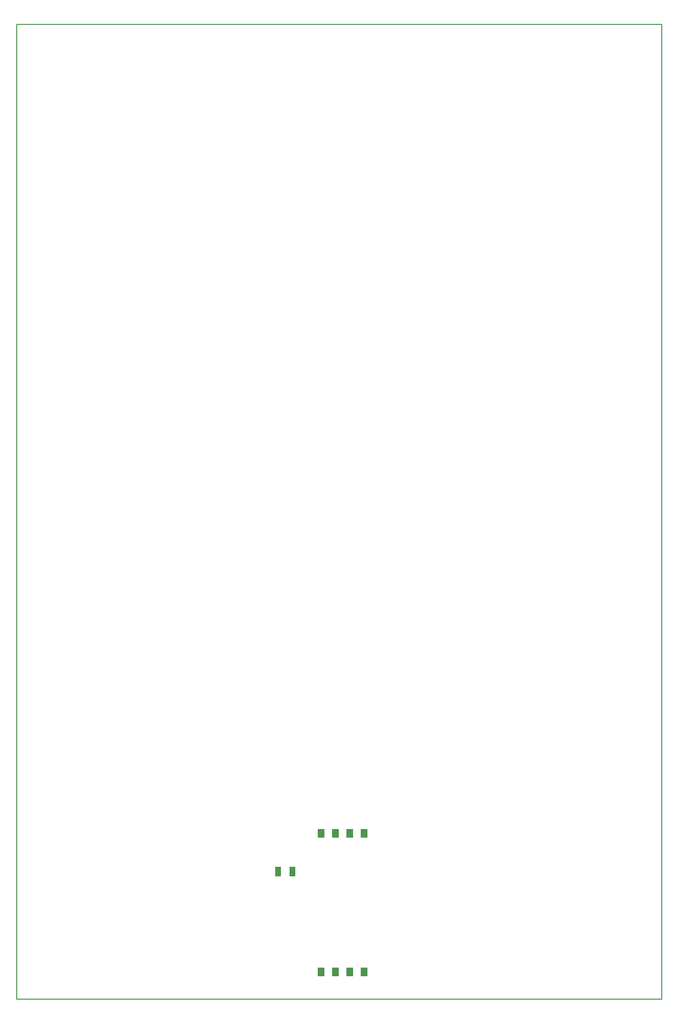
<source format=gbr>
%FSTAX23Y23*%
%MOIN*%
%SFA1B1*%

%IPPOS*%
%ADD57C,0.005000*%
%ADD84R,0.039000X0.069000*%
%ADD85R,0.051000X0.059000*%
%LNmb525b-1*%
%LPD*%
G54D57*
X4265Y502D02*
Y57D01*
X3815Y502D02*
X4265D01*
X3815Y57D02*
X4265D01*
X3815Y502D02*
Y57D01*
G54D84*
X39975Y51092D03*
X40075D03*
G54D85*
X40475Y51359D03*
X40375Y50391D03*
Y51359D03*
X40575Y50391D03*
X40475D03*
X40575Y51359D03*
X40275Y50391D03*
Y51359D03*
M02*
</source>
